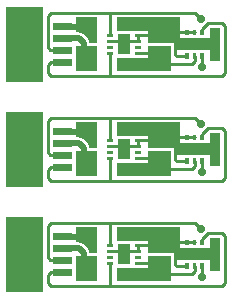
<source format=gbr>
G04 start of page 2 for group 0 idx 0 *
G04 Title: (unknown), top *
G04 Creator: pcb 20140316 *
G04 CreationDate: Sat 14 Dec 2019 03:41:57 AM GMT UTC *
G04 For: railfan *
G04 Format: Gerber/RS-274X *
G04 PCB-Dimensions (mil): 900.00 2000.00 *
G04 PCB-Coordinate-Origin: lower left *
%MOIN*%
%FSLAX25Y25*%
%LNTOP*%
%ADD23C,0.0120*%
%ADD22C,0.0310*%
%ADD21C,0.0280*%
%ADD20R,0.0354X0.0354*%
%ADD19R,0.0098X0.0098*%
%ADD18R,0.0394X0.0394*%
%ADD17R,0.0118X0.0118*%
%ADD16R,0.0512X0.0512*%
%ADD15R,0.0384X0.0384*%
%ADD14R,0.0236X0.0236*%
%ADD13C,0.0100*%
%ADD12C,0.0200*%
%ADD11C,0.0001*%
G54D11*G36*
X7500Y174000D02*Y199000D01*
X20000D01*
Y196059D01*
X19995Y196000D01*
X20000Y195941D01*
Y185559D01*
X19995Y185500D01*
X20000Y185441D01*
Y179559D01*
X19995Y179500D01*
X20000Y179441D01*
Y177059D01*
X19995Y177000D01*
X20000Y176941D01*
Y174000D01*
X7500D01*
G37*
G36*
Y139000D02*Y164000D01*
X20000D01*
Y161059D01*
X19995Y161000D01*
X20000Y160941D01*
Y150559D01*
X19995Y150500D01*
X20000Y150441D01*
Y144559D01*
X19995Y144500D01*
X20000Y144441D01*
Y142059D01*
X19995Y142000D01*
X20000Y141941D01*
Y139000D01*
X7500D01*
G37*
G36*
Y104000D02*Y129000D01*
X20000D01*
Y126059D01*
X19995Y126000D01*
X20000Y125941D01*
Y115559D01*
X19995Y115500D01*
X20000Y115441D01*
Y109559D01*
X19995Y109500D01*
X20000Y109441D01*
Y107059D01*
X19995Y107000D01*
X20000Y106941D01*
Y104000D01*
X7500D01*
G37*
G36*
X62500Y186000D02*Y183059D01*
X62495Y183000D01*
X62500Y182941D01*
Y177500D01*
X55000D01*
Y186000D01*
X62500D01*
G37*
G36*
X44500Y177500D02*Y182000D01*
X57500D01*
Y177500D01*
X44500D01*
G37*
G36*
X38000Y160500D02*Y152000D01*
X35506D01*
Y152000D01*
X35481Y152314D01*
X35481Y152314D01*
X35408Y152620D01*
X35288Y152911D01*
X35123Y153179D01*
X34919Y153419D01*
X34859Y153470D01*
X33501Y154827D01*
X33450Y154887D01*
X33211Y155091D01*
X33211Y155092D01*
X32942Y155256D01*
X32651Y155376D01*
X32345Y155450D01*
X32032Y155475D01*
X31953Y155469D01*
X31000D01*
Y160500D01*
X38000D01*
G37*
G36*
X57500D02*Y156000D01*
X44500D01*
Y160500D01*
X57500D01*
G37*
G36*
X31000Y151000D02*X31500D01*
Y148500D01*
X31519Y148186D01*
X31592Y147880D01*
X31712Y147589D01*
X31877Y147321D01*
X32081Y147081D01*
X32321Y146877D01*
X32589Y146712D01*
X32880Y146592D01*
X33186Y146519D01*
X33500Y146494D01*
X33814Y146519D01*
X34120Y146592D01*
X34411Y146712D01*
X34679Y146877D01*
X34919Y147081D01*
X35123Y147321D01*
X35288Y147589D01*
X35408Y147880D01*
X35481Y148186D01*
X35500Y148500D01*
Y151000D01*
X38000D01*
Y142500D01*
X31000D01*
Y151000D01*
G37*
G36*
X38000D01*
Y144500D01*
X31000D01*
Y151000D01*
G37*
G36*
X38000Y125500D02*Y117000D01*
X35506D01*
Y117000D01*
X35481Y117314D01*
X35481Y117314D01*
X35408Y117620D01*
X35288Y117911D01*
X35123Y118179D01*
X34919Y118419D01*
X34859Y118470D01*
X33501Y119827D01*
X33450Y119887D01*
X33211Y120091D01*
X33211Y120092D01*
X32942Y120256D01*
X32651Y120376D01*
X32345Y120450D01*
X32032Y120475D01*
X31953Y120469D01*
X31000D01*
Y125500D01*
X38000D01*
G37*
G36*
X31000Y116000D02*X31500D01*
Y113500D01*
X31519Y113186D01*
X31592Y112880D01*
X31712Y112589D01*
X31877Y112321D01*
X32081Y112081D01*
X32321Y111877D01*
X32589Y111712D01*
X32880Y111592D01*
X33186Y111519D01*
X33500Y111494D01*
X33814Y111519D01*
X34120Y111592D01*
X34411Y111712D01*
X34679Y111877D01*
X34919Y112081D01*
X35123Y112321D01*
X35288Y112589D01*
X35408Y112880D01*
X35481Y113186D01*
X35500Y113500D01*
Y116000D01*
X38000D01*
Y107500D01*
X31000D01*
Y116000D01*
G37*
G36*
X38000D01*
Y109500D01*
X31000D01*
Y116000D01*
G37*
G36*
X62500Y151000D02*Y148059D01*
X62495Y148000D01*
X62500Y147941D01*
Y142500D01*
X55000D01*
Y151000D01*
X62500D01*
G37*
G36*
Y116000D02*Y113059D01*
X62495Y113000D01*
X62500Y112941D01*
Y107500D01*
X55000D01*
Y116000D01*
X62500D01*
G37*
G36*
X63000Y117000D02*X55000D01*
Y125500D01*
X63000D01*
Y117000D01*
G37*
G36*
X75621Y122000D02*X78879D01*
X79000Y121879D01*
Y111000D01*
X75500D01*
Y121879D01*
X75621Y122000D01*
G37*
G36*
X77000Y114500D02*X64059D01*
X64000Y114505D01*
X63941Y114500D01*
X63500D01*
Y118500D01*
X77000D01*
Y114500D01*
G37*
G36*
X65500Y117000D02*X62000D01*
Y125500D01*
X65500D01*
Y117000D01*
G37*
G36*
X44500Y142500D02*Y147000D01*
X57500D01*
Y142500D01*
X44500D01*
G37*
G36*
X57500Y125500D02*Y121000D01*
X44500D01*
Y125500D01*
X57500D01*
G37*
G36*
X44500Y107500D02*Y112000D01*
X57500D01*
Y107500D01*
X44500D01*
G37*
G36*
X63000Y152000D02*X55000D01*
Y160500D01*
X63000D01*
Y152000D01*
G37*
G36*
X75621Y157000D02*X78879D01*
X79000Y156879D01*
Y146000D01*
X75500D01*
Y156879D01*
X75621Y157000D01*
G37*
G36*
X77000Y149500D02*X64059D01*
X64000Y149505D01*
X63941Y149500D01*
X63500D01*
Y153500D01*
X77000D01*
Y149500D01*
G37*
G36*
X65500Y152000D02*X62000D01*
Y160500D01*
X65500D01*
Y152000D01*
G37*
G36*
X38000Y195500D02*Y187000D01*
X35506D01*
Y187000D01*
X35481Y187314D01*
X35481Y187314D01*
X35408Y187620D01*
X35288Y187911D01*
X35123Y188179D01*
X34919Y188419D01*
X34859Y188470D01*
X33501Y189827D01*
X33450Y189887D01*
X33211Y190091D01*
X33211Y190092D01*
X32942Y190256D01*
X32651Y190376D01*
X32345Y190450D01*
X32032Y190475D01*
X31953Y190469D01*
X31000D01*
Y195500D01*
X38000D01*
G37*
G36*
X31000Y186000D02*X31500D01*
Y183500D01*
X31519Y183186D01*
X31592Y182880D01*
X31712Y182589D01*
X31877Y182321D01*
X32081Y182081D01*
X32321Y181877D01*
X32589Y181712D01*
X32880Y181592D01*
X33186Y181519D01*
X33500Y181494D01*
X33814Y181519D01*
X34120Y181592D01*
X34411Y181712D01*
X34679Y181877D01*
X34919Y182081D01*
X35123Y182321D01*
X35288Y182589D01*
X35408Y182880D01*
X35481Y183186D01*
X35500Y183500D01*
Y186000D01*
X38000D01*
Y177500D01*
X31000D01*
Y186000D01*
G37*
G36*
X57500Y195500D02*Y191000D01*
X44500D01*
Y195500D01*
X57500D01*
G37*
G36*
X31000Y186000D02*X38000D01*
Y179500D01*
X31000D01*
Y186000D01*
G37*
G36*
X63000Y187000D02*X55000D01*
Y195500D01*
X63000D01*
Y187000D01*
G37*
G36*
X75621Y192000D02*X78879D01*
X79000Y191879D01*
Y181000D01*
X75500D01*
Y191879D01*
X75621Y192000D01*
G37*
G36*
X77000Y184500D02*X64059D01*
X64000Y184505D01*
X63941Y184500D01*
X63500D01*
Y188500D01*
X77000D01*
Y184500D01*
G37*
G36*
X65500Y187000D02*X62000D01*
Y195500D01*
X65500D01*
Y187000D01*
G37*
G54D12*X26500Y157406D02*X33500D01*
X26500Y153469D02*X32031D01*
X33500Y152000D01*
G54D13*X42374Y154453D02*Y162000D01*
G54D12*X33500Y152000D02*Y148500D01*
G54D13*X42374Y148547D02*Y141000D01*
X26500Y149531D02*X22469D01*
X26500Y145594D02*X22594D01*
X21500Y144500D01*
Y142000D01*
X22500Y141000D01*
X22469Y149531D02*X21500Y150500D01*
Y161000D01*
X22500Y162000D01*
X42374Y152484D02*X51626D01*
Y154453D02*Y152484D01*
Y154500D02*X56000D01*
X22500Y162000D02*X70500D01*
X79500Y158500D02*X75000D01*
X70500Y162000D02*X72500Y160000D01*
X73059Y156559D02*Y155339D01*
X75000Y158500D02*X73059Y156559D01*
X70500Y155500D02*X64000D01*
Y148000D02*Y151000D01*
X51626Y148547D02*X56000D01*
X22500Y141000D02*X79500D01*
X68000Y147500D02*X64500D01*
X64000Y148000D01*
X70500Y147661D02*Y146000D01*
X69500Y145000D01*
X79500Y141000D02*X80500Y142000D01*
Y157500D01*
X79500Y158500D01*
X69500Y145000D02*X60000D01*
X73059Y147661D02*Y144000D01*
G54D12*X26500Y122406D02*X33500D01*
X26500Y118469D02*X32031D01*
G54D13*X22500Y127000D02*X70500D01*
X72500Y125000D01*
X70500Y120500D02*X64000D01*
G54D12*X32031Y118469D02*X33500Y117000D01*
G54D13*X42374Y117484D02*X51626D01*
Y119453D02*Y117484D01*
Y119500D02*X56000D01*
X51626Y113547D02*X56000D01*
G54D12*X33500Y117000D02*Y113500D01*
G54D13*X42374Y113547D02*Y106000D01*
Y119453D02*Y127000D01*
X21500Y115500D02*Y126000D01*
X22500Y127000D01*
X26500Y114531D02*X22469D01*
X26500Y110594D02*X22594D01*
X21500Y109500D01*
Y107000D01*
X22500Y106000D01*
X22469Y114531D02*X21500Y115500D01*
X22500Y106000D02*X79500D01*
X70500Y112661D02*Y111000D01*
X79500Y106000D02*X80500Y107000D01*
X70500Y111000D02*X69500Y110000D01*
X73059Y112661D02*Y109000D01*
X69500Y110000D02*X60000D01*
X68000Y112500D02*X64500D01*
X64000Y113000D01*
Y116000D01*
X80500Y107000D02*Y122500D01*
X79500Y123500D01*
X75000D01*
X73059Y121559D02*Y120339D01*
X75000Y123500D02*X73059Y121559D01*
X42374Y187484D02*X51626D01*
Y189453D02*Y187484D01*
X42374Y183547D02*Y176000D01*
Y189453D02*Y197000D01*
X51626Y189500D02*X56000D01*
X79500Y193500D02*X75000D01*
X70500Y197000D02*X72500Y195000D01*
X70500Y190500D02*X64000D01*
X73059Y191559D02*Y190339D01*
X75000Y193500D02*X73059Y191559D01*
X51626Y183547D02*X56000D01*
X68000Y182500D02*X64500D01*
X64000Y183000D01*
Y186000D01*
X22500Y176000D02*X79500D01*
X80500Y177000D01*
X22500Y197000D02*X70500D01*
X26500Y184531D02*X22469D01*
X21500Y185500D01*
Y196000D01*
G54D12*X26500Y192406D02*X33500D01*
X26500Y188469D02*X32031D01*
X33500Y187000D01*
Y183500D01*
G54D13*X21500Y196000D02*X22500Y197000D01*
X26500Y180594D02*X22594D01*
X21500Y179500D01*
Y177000D01*
X22500Y176000D01*
X70500Y182661D02*Y181000D01*
X69500Y180000D01*
X60000D01*
X80500Y177000D02*Y192500D01*
X79500Y193500D01*
X73059Y182661D02*Y179000D01*
G54D14*X24630Y192406D02*X28370D01*
X24630Y188469D02*X28370D01*
X24630Y184531D02*X28370D01*
X24630Y180594D02*X28370D01*
G54D15*X9620Y175919D02*X12868D01*
X9620Y197081D02*X12868D01*
G54D14*X24630Y157406D02*X28370D01*
X24630Y153469D02*X28370D01*
X24630Y149531D02*X28370D01*
X24630Y145594D02*X28370D01*
X24630Y122406D02*X28370D01*
X24630Y118469D02*X28370D01*
X24630Y114531D02*X28370D01*
X24630Y110594D02*X28370D01*
G54D15*X9620Y140919D02*X12868D01*
X9620Y162081D02*X12868D01*
X9620Y105919D02*X12868D01*
X9620Y127081D02*X12868D01*
G54D16*X59107Y182957D02*X59893D01*
G54D17*X67941D02*Y182366D01*
X70500Y182957D02*Y182366D01*
X73059Y182957D02*Y182366D01*
G54D18*X68531Y186500D02*X72469D01*
G54D16*X59107Y190043D02*X59893D01*
G54D17*X73059Y190634D02*Y190043D01*
X70500Y190634D02*Y190043D01*
X67941Y190634D02*Y190043D01*
G54D19*X41783Y189453D02*X42965D01*
X41783Y187484D02*X42965D01*
X41783Y185516D02*X42965D01*
X41783Y183547D02*X42965D01*
X51035D02*X52217D01*
X51035Y185516D02*X52217D01*
X51035Y187484D02*X52217D01*
X51035Y189453D02*X52217D01*
G54D20*X47000Y187878D02*Y185122D01*
G54D18*Y187878D02*Y185122D01*
G54D16*X59107Y147957D02*X59893D01*
X59107Y155043D02*X59893D01*
G54D17*X67941Y147957D02*Y147366D01*
X70500Y147957D02*Y147366D01*
X73059Y147957D02*Y147366D01*
G54D18*X68531Y151500D02*X72469D01*
G54D19*X41783Y154453D02*X42965D01*
G54D17*X73059Y155634D02*Y155043D01*
X70500Y155634D02*Y155043D01*
X67941Y155634D02*Y155043D01*
G54D19*X41783Y152484D02*X42965D01*
X41783Y150516D02*X42965D01*
X41783Y148547D02*X42965D01*
X51035D02*X52217D01*
X51035Y150516D02*X52217D01*
X51035Y152484D02*X52217D01*
X51035Y154453D02*X52217D01*
G54D20*X47000Y152878D02*Y150122D01*
G54D18*Y152878D02*Y150122D01*
G54D16*X59107Y112957D02*X59893D01*
X59107Y120043D02*X59893D01*
G54D17*X73059Y120634D02*Y120043D01*
X70500Y120634D02*Y120043D01*
X67941Y120634D02*Y120043D01*
Y112957D02*Y112366D01*
X70500Y112957D02*Y112366D01*
X73059Y112957D02*Y112366D01*
G54D18*X68531Y116500D02*X72469D01*
G54D19*X41783Y119453D02*X42965D01*
X41783Y117484D02*X42965D01*
X41783Y115516D02*X42965D01*
X41783Y113547D02*X42965D01*
X51035D02*X52217D01*
X51035Y115516D02*X52217D01*
X51035Y117484D02*X52217D01*
X51035Y119453D02*X52217D01*
G54D20*X47000Y117878D02*Y115122D01*
G54D18*Y117878D02*Y115122D01*
G54D21*X33000Y157500D03*
Y149000D03*
X36000D03*
Y157500D03*
X47000Y158000D03*
X50500D03*
X54000D03*
X47000Y123000D03*
X50500D03*
X54000D03*
X47000Y145000D03*
X50500D03*
X54000D03*
X33000Y192500D03*
Y184000D03*
X36000D03*
Y192500D03*
X47000Y193000D03*
X50500D03*
X54000D03*
X77000Y190000D03*
Y186500D03*
X47000Y180000D03*
X50500D03*
X54000D03*
X73059Y179000D03*
X72500Y195000D03*
X77000Y183000D03*
Y155000D03*
Y151500D03*
X73059Y144000D03*
X72500Y160000D03*
X77000Y148000D03*
Y120000D03*
Y116500D03*
X73059Y109000D03*
X72500Y125000D03*
X77000Y113000D03*
X33000Y122500D03*
Y114000D03*
X36000D03*
Y122500D03*
X47000Y110000D03*
X50500D03*
X54000D03*
G54D22*G54D23*G54D22*G54D23*G54D22*G54D23*G54D22*G54D23*G54D22*G54D23*G54D22*G54D23*G54D22*M02*

</source>
